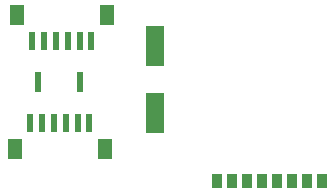
<source format=gtp>
G75*
%MOIN*%
%OFA0B0*%
%FSLAX25Y25*%
%IPPOS*%
%LPD*%
%AMOC8*
5,1,8,0,0,1.08239X$1,22.5*
%
%ADD10R,0.02362X0.06693*%
%ADD11R,0.03543X0.05000*%
%ADD12R,0.06299X0.13780*%
%ADD13R,0.02362X0.06102*%
%ADD14R,0.04724X0.07087*%
D10*
X0247866Y0050656D03*
X0261646Y0050656D03*
D11*
X0307368Y0017574D03*
X0312368Y0017574D03*
X0317368Y0017574D03*
X0322368Y0017574D03*
X0327368Y0017574D03*
X0332368Y0017574D03*
X0337368Y0017574D03*
X0342368Y0017574D03*
D12*
X0286616Y0040347D03*
X0286616Y0062395D03*
D13*
X0265523Y0064130D03*
X0261586Y0064130D03*
X0257649Y0064130D03*
X0253712Y0064130D03*
X0249775Y0064130D03*
X0245838Y0064130D03*
X0245223Y0037030D03*
X0249160Y0037030D03*
X0253097Y0037030D03*
X0257034Y0037030D03*
X0260971Y0037030D03*
X0264908Y0037030D03*
D14*
X0240105Y0028271D03*
X0270026Y0028271D03*
X0270641Y0072890D03*
X0240720Y0072890D03*
M02*

</source>
